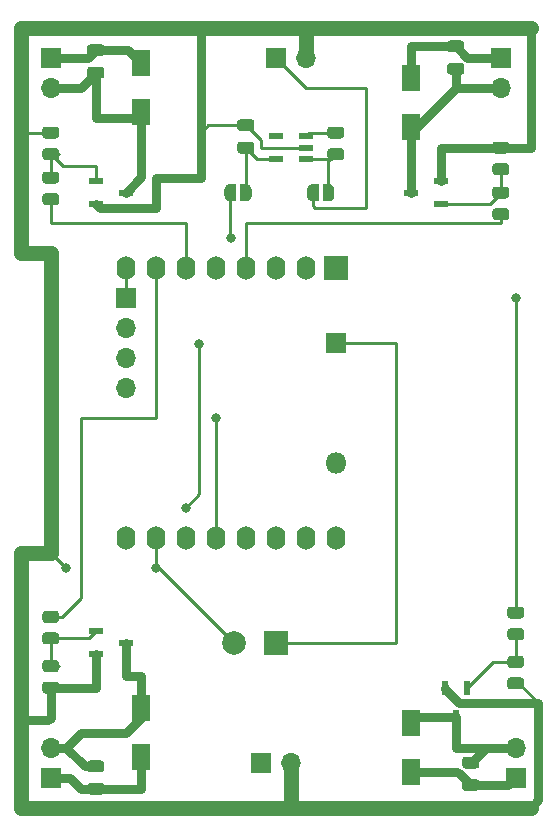
<source format=gbr>
%TF.GenerationSoftware,KiCad,Pcbnew,5.1.7-a382d34a8~88~ubuntu18.04.1*%
%TF.CreationDate,2021-04-24T17:29:33+03:00*%
%TF.ProjectId,quadimodo_pcb,71756164-696d-46f6-946f-5f7063622e6b,rev?*%
%TF.SameCoordinates,Original*%
%TF.FileFunction,Copper,L1,Top*%
%TF.FilePolarity,Positive*%
%FSLAX46Y46*%
G04 Gerber Fmt 4.6, Leading zero omitted, Abs format (unit mm)*
G04 Created by KiCad (PCBNEW 5.1.7-a382d34a8~88~ubuntu18.04.1) date 2021-04-24 17:29:33*
%MOMM*%
%LPD*%
G01*
G04 APERTURE LIST*
%TA.AperFunction,SMDPad,CuDef*%
%ADD10R,1.550000X2.200000*%
%TD*%
%TA.AperFunction,ComponentPad*%
%ADD11C,2.000000*%
%TD*%
%TA.AperFunction,ComponentPad*%
%ADD12R,2.000000X2.000000*%
%TD*%
%TA.AperFunction,SMDPad,CuDef*%
%ADD13R,1.200000X0.600000*%
%TD*%
%TA.AperFunction,SMDPad,CuDef*%
%ADD14R,0.600000X1.200000*%
%TD*%
%TA.AperFunction,SMDPad,CuDef*%
%ADD15C,0.100000*%
%TD*%
%TA.AperFunction,SMDPad,CuDef*%
%ADD16R,1.210000X0.590000*%
%TD*%
%TA.AperFunction,ComponentPad*%
%ADD17O,1.700000X1.700000*%
%TD*%
%TA.AperFunction,ComponentPad*%
%ADD18R,1.700000X1.700000*%
%TD*%
%TA.AperFunction,ComponentPad*%
%ADD19O,1.600000X2.000000*%
%TD*%
%TA.AperFunction,ComponentPad*%
%ADD20O,1.800000X1.800000*%
%TD*%
%TA.AperFunction,ComponentPad*%
%ADD21R,1.800000X1.800000*%
%TD*%
%TA.AperFunction,ViaPad*%
%ADD22C,0.800000*%
%TD*%
%TA.AperFunction,Conductor*%
%ADD23C,0.250000*%
%TD*%
%TA.AperFunction,Conductor*%
%ADD24C,0.780000*%
%TD*%
%TA.AperFunction,Conductor*%
%ADD25C,1.270000*%
%TD*%
G04 APERTURE END LIST*
D10*
%TO.P,D5,1*%
%TO.N,Net-(C4-Pad2)*%
X36830000Y-29700000D03*
%TO.P,D5,2*%
%TO.N,Net-(C7-Pad1)*%
X36830000Y-33800000D03*
%TD*%
%TO.P,D4,1*%
%TO.N,Net-(C4-Pad2)*%
X36830000Y-88410000D03*
%TO.P,D4,2*%
%TO.N,Net-(C6-Pad1)*%
X36830000Y-84310000D03*
%TD*%
%TO.P,D3,1*%
%TO.N,Net-(C4-Pad2)*%
X59690000Y-30970000D03*
%TO.P,D3,2*%
%TO.N,Net-(C5-Pad1)*%
X59690000Y-35070000D03*
%TD*%
%TO.P,D2,1*%
%TO.N,Net-(C4-Pad2)*%
X59690000Y-89680000D03*
%TO.P,D2,2*%
%TO.N,Net-(C4-Pad1)*%
X59690000Y-85580000D03*
%TD*%
D11*
%TO.P,C1,2*%
%TO.N,GND*%
X44760000Y-78740000D03*
D12*
%TO.P,C1,1*%
%TO.N,Net-(C1-Pad1)*%
X48260000Y-78740000D03*
%TD*%
D13*
%TO.P,Q4,1*%
%TO.N,Net-(Q4-Pad1)*%
X33040000Y-39690000D03*
%TO.P,Q4,2*%
%TO.N,GND*%
X33040000Y-41590000D03*
%TO.P,Q4,3*%
%TO.N,Net-(C7-Pad1)*%
X35540000Y-40640000D03*
%TD*%
%TO.P,Q3,1*%
%TO.N,Net-(Q3-Pad1)*%
X33040000Y-77790000D03*
%TO.P,Q3,2*%
%TO.N,GND*%
X33040000Y-79690000D03*
%TO.P,Q3,3*%
%TO.N,Net-(C6-Pad1)*%
X35540000Y-78740000D03*
%TD*%
%TO.P,Q2,3*%
%TO.N,Net-(C5-Pad1)*%
X59710000Y-40640000D03*
%TO.P,Q2,2*%
%TO.N,GND*%
X62210000Y-39690000D03*
%TO.P,Q2,1*%
%TO.N,Net-(Q2-Pad1)*%
X62210000Y-41590000D03*
%TD*%
D14*
%TO.P,Q1,1*%
%TO.N,Net-(Q1-Pad1)*%
X64450000Y-82570000D03*
%TO.P,Q1,2*%
%TO.N,GND*%
X62550000Y-82570000D03*
%TO.P,Q1,3*%
%TO.N,Net-(C4-Pad1)*%
X63500000Y-85070000D03*
%TD*%
%TA.AperFunction,SMDPad,CuDef*%
D15*
%TO.P,JP1,2*%
%TO.N,Net-(C2-Pad1)*%
G36*
X45720000Y-39890602D02*
G01*
X45744534Y-39890602D01*
X45793365Y-39895412D01*
X45841490Y-39904984D01*
X45888445Y-39919228D01*
X45933778Y-39938005D01*
X45977051Y-39961136D01*
X46017850Y-39988396D01*
X46055779Y-40019524D01*
X46090476Y-40054221D01*
X46121604Y-40092150D01*
X46148864Y-40132949D01*
X46171995Y-40176222D01*
X46190772Y-40221555D01*
X46205016Y-40268510D01*
X46214588Y-40316635D01*
X46219398Y-40365466D01*
X46219398Y-40390000D01*
X46220000Y-40390000D01*
X46220000Y-40890000D01*
X46219398Y-40890000D01*
X46219398Y-40914534D01*
X46214588Y-40963365D01*
X46205016Y-41011490D01*
X46190772Y-41058445D01*
X46171995Y-41103778D01*
X46148864Y-41147051D01*
X46121604Y-41187850D01*
X46090476Y-41225779D01*
X46055779Y-41260476D01*
X46017850Y-41291604D01*
X45977051Y-41318864D01*
X45933778Y-41341995D01*
X45888445Y-41360772D01*
X45841490Y-41375016D01*
X45793365Y-41384588D01*
X45744534Y-41389398D01*
X45720000Y-41389398D01*
X45720000Y-41390000D01*
X45220000Y-41390000D01*
X45220000Y-39890000D01*
X45720000Y-39890000D01*
X45720000Y-39890602D01*
G37*
%TD.AperFunction*%
%TA.AperFunction,SMDPad,CuDef*%
%TO.P,JP1,1*%
%TO.N,Net-(J2-Pad1)*%
G36*
X44920000Y-41390000D02*
G01*
X44420000Y-41390000D01*
X44420000Y-41389398D01*
X44395466Y-41389398D01*
X44346635Y-41384588D01*
X44298510Y-41375016D01*
X44251555Y-41360772D01*
X44206222Y-41341995D01*
X44162949Y-41318864D01*
X44122150Y-41291604D01*
X44084221Y-41260476D01*
X44049524Y-41225779D01*
X44018396Y-41187850D01*
X43991136Y-41147051D01*
X43968005Y-41103778D01*
X43949228Y-41058445D01*
X43934984Y-41011490D01*
X43925412Y-40963365D01*
X43920602Y-40914534D01*
X43920602Y-40890000D01*
X43920000Y-40890000D01*
X43920000Y-40390000D01*
X43920602Y-40390000D01*
X43920602Y-40365466D01*
X43925412Y-40316635D01*
X43934984Y-40268510D01*
X43949228Y-40221555D01*
X43968005Y-40176222D01*
X43991136Y-40132949D01*
X44018396Y-40092150D01*
X44049524Y-40054221D01*
X44084221Y-40019524D01*
X44122150Y-39988396D01*
X44162949Y-39961136D01*
X44206222Y-39938005D01*
X44251555Y-39919228D01*
X44298510Y-39904984D01*
X44346635Y-39895412D01*
X44395466Y-39890602D01*
X44420000Y-39890602D01*
X44420000Y-39890000D01*
X44920000Y-39890000D01*
X44920000Y-41390000D01*
G37*
%TD.AperFunction*%
%TD*%
%TA.AperFunction,SMDPad,CuDef*%
%TO.P,JP2,2*%
%TO.N,Net-(JP2-Pad2)*%
G36*
X52720000Y-39890602D02*
G01*
X52744534Y-39890602D01*
X52793365Y-39895412D01*
X52841490Y-39904984D01*
X52888445Y-39919228D01*
X52933778Y-39938005D01*
X52977051Y-39961136D01*
X53017850Y-39988396D01*
X53055779Y-40019524D01*
X53090476Y-40054221D01*
X53121604Y-40092150D01*
X53148864Y-40132949D01*
X53171995Y-40176222D01*
X53190772Y-40221555D01*
X53205016Y-40268510D01*
X53214588Y-40316635D01*
X53219398Y-40365466D01*
X53219398Y-40390000D01*
X53220000Y-40390000D01*
X53220000Y-40890000D01*
X53219398Y-40890000D01*
X53219398Y-40914534D01*
X53214588Y-40963365D01*
X53205016Y-41011490D01*
X53190772Y-41058445D01*
X53171995Y-41103778D01*
X53148864Y-41147051D01*
X53121604Y-41187850D01*
X53090476Y-41225779D01*
X53055779Y-41260476D01*
X53017850Y-41291604D01*
X52977051Y-41318864D01*
X52933778Y-41341995D01*
X52888445Y-41360772D01*
X52841490Y-41375016D01*
X52793365Y-41384588D01*
X52744534Y-41389398D01*
X52720000Y-41389398D01*
X52720000Y-41390000D01*
X52220000Y-41390000D01*
X52220000Y-39890000D01*
X52720000Y-39890000D01*
X52720000Y-39890602D01*
G37*
%TD.AperFunction*%
%TA.AperFunction,SMDPad,CuDef*%
%TO.P,JP2,1*%
%TO.N,Net-(C4-Pad2)*%
G36*
X51920000Y-41390000D02*
G01*
X51420000Y-41390000D01*
X51420000Y-41389398D01*
X51395466Y-41389398D01*
X51346635Y-41384588D01*
X51298510Y-41375016D01*
X51251555Y-41360772D01*
X51206222Y-41341995D01*
X51162949Y-41318864D01*
X51122150Y-41291604D01*
X51084221Y-41260476D01*
X51049524Y-41225779D01*
X51018396Y-41187850D01*
X50991136Y-41147051D01*
X50968005Y-41103778D01*
X50949228Y-41058445D01*
X50934984Y-41011490D01*
X50925412Y-40963365D01*
X50920602Y-40914534D01*
X50920602Y-40890000D01*
X50920000Y-40890000D01*
X50920000Y-40390000D01*
X50920602Y-40390000D01*
X50920602Y-40365466D01*
X50925412Y-40316635D01*
X50934984Y-40268510D01*
X50949228Y-40221555D01*
X50968005Y-40176222D01*
X50991136Y-40132949D01*
X51018396Y-40092150D01*
X51049524Y-40054221D01*
X51084221Y-40019524D01*
X51122150Y-39988396D01*
X51162949Y-39961136D01*
X51206222Y-39938005D01*
X51251555Y-39919228D01*
X51298510Y-39904984D01*
X51346635Y-39895412D01*
X51395466Y-39890602D01*
X51420000Y-39890602D01*
X51420000Y-39890000D01*
X51920000Y-39890000D01*
X51920000Y-41390000D01*
G37*
%TD.AperFunction*%
%TD*%
D16*
%TO.P,U2,1*%
%TO.N,Net-(JP2-Pad2)*%
X50785000Y-37780000D03*
%TO.P,U2,2*%
%TO.N,GND*%
X50785000Y-36830000D03*
%TO.P,U2,3*%
%TO.N,Net-(R9-Pad2)*%
X50785000Y-35880000D03*
%TO.P,U2,4*%
%TO.N,N/C*%
X48275000Y-35880000D03*
%TO.P,U2,5*%
%TO.N,Net-(C2-Pad1)*%
X48275000Y-37780000D03*
%TD*%
%TO.P,R9,2*%
%TO.N,Net-(R9-Pad2)*%
%TA.AperFunction,SMDPad,CuDef*%
G36*
G01*
X53790002Y-36072500D02*
X52889998Y-36072500D01*
G75*
G02*
X52640000Y-35822502I0J249998D01*
G01*
X52640000Y-35297498D01*
G75*
G02*
X52889998Y-35047500I249998J0D01*
G01*
X53790002Y-35047500D01*
G75*
G02*
X54040000Y-35297498I0J-249998D01*
G01*
X54040000Y-35822502D01*
G75*
G02*
X53790002Y-36072500I-249998J0D01*
G01*
G37*
%TD.AperFunction*%
%TO.P,R9,1*%
%TO.N,Net-(JP2-Pad2)*%
%TA.AperFunction,SMDPad,CuDef*%
G36*
G01*
X53790002Y-37897500D02*
X52889998Y-37897500D01*
G75*
G02*
X52640000Y-37647502I0J249998D01*
G01*
X52640000Y-37122498D01*
G75*
G02*
X52889998Y-36872500I249998J0D01*
G01*
X53790002Y-36872500D01*
G75*
G02*
X54040000Y-37122498I0J-249998D01*
G01*
X54040000Y-37647502D01*
G75*
G02*
X53790002Y-37897500I-249998J0D01*
G01*
G37*
%TD.AperFunction*%
%TD*%
D17*
%TO.P,J7,2*%
%TO.N,GND*%
X50800000Y-29210000D03*
D18*
%TO.P,J7,1*%
%TO.N,Net-(C4-Pad2)*%
X48260000Y-29210000D03*
%TD*%
%TO.P,C7,2*%
%TO.N,Net-(C4-Pad2)*%
%TA.AperFunction,SMDPad,CuDef*%
G36*
G01*
X33495000Y-29080000D02*
X32545000Y-29080000D01*
G75*
G02*
X32295000Y-28830000I0J250000D01*
G01*
X32295000Y-28330000D01*
G75*
G02*
X32545000Y-28080000I250000J0D01*
G01*
X33495000Y-28080000D01*
G75*
G02*
X33745000Y-28330000I0J-250000D01*
G01*
X33745000Y-28830000D01*
G75*
G02*
X33495000Y-29080000I-250000J0D01*
G01*
G37*
%TD.AperFunction*%
%TO.P,C7,1*%
%TO.N,Net-(C7-Pad1)*%
%TA.AperFunction,SMDPad,CuDef*%
G36*
G01*
X33495000Y-30980000D02*
X32545000Y-30980000D01*
G75*
G02*
X32295000Y-30730000I0J250000D01*
G01*
X32295000Y-30230000D01*
G75*
G02*
X32545000Y-29980000I250000J0D01*
G01*
X33495000Y-29980000D01*
G75*
G02*
X33745000Y-30230000I0J-250000D01*
G01*
X33745000Y-30730000D01*
G75*
G02*
X33495000Y-30980000I-250000J0D01*
G01*
G37*
%TD.AperFunction*%
%TD*%
%TO.P,C6,2*%
%TO.N,Net-(C4-Pad2)*%
%TA.AperFunction,SMDPad,CuDef*%
G36*
G01*
X32545000Y-90620000D02*
X33495000Y-90620000D01*
G75*
G02*
X33745000Y-90870000I0J-250000D01*
G01*
X33745000Y-91370000D01*
G75*
G02*
X33495000Y-91620000I-250000J0D01*
G01*
X32545000Y-91620000D01*
G75*
G02*
X32295000Y-91370000I0J250000D01*
G01*
X32295000Y-90870000D01*
G75*
G02*
X32545000Y-90620000I250000J0D01*
G01*
G37*
%TD.AperFunction*%
%TO.P,C6,1*%
%TO.N,Net-(C6-Pad1)*%
%TA.AperFunction,SMDPad,CuDef*%
G36*
G01*
X32545000Y-88720000D02*
X33495000Y-88720000D01*
G75*
G02*
X33745000Y-88970000I0J-250000D01*
G01*
X33745000Y-89470000D01*
G75*
G02*
X33495000Y-89720000I-250000J0D01*
G01*
X32545000Y-89720000D01*
G75*
G02*
X32295000Y-89470000I0J250000D01*
G01*
X32295000Y-88970000D01*
G75*
G02*
X32545000Y-88720000I250000J0D01*
G01*
G37*
%TD.AperFunction*%
%TD*%
%TO.P,C5,2*%
%TO.N,Net-(C4-Pad2)*%
%TA.AperFunction,SMDPad,CuDef*%
G36*
G01*
X63975000Y-28760000D02*
X63025000Y-28760000D01*
G75*
G02*
X62775000Y-28510000I0J250000D01*
G01*
X62775000Y-28010000D01*
G75*
G02*
X63025000Y-27760000I250000J0D01*
G01*
X63975000Y-27760000D01*
G75*
G02*
X64225000Y-28010000I0J-250000D01*
G01*
X64225000Y-28510000D01*
G75*
G02*
X63975000Y-28760000I-250000J0D01*
G01*
G37*
%TD.AperFunction*%
%TO.P,C5,1*%
%TO.N,Net-(C5-Pad1)*%
%TA.AperFunction,SMDPad,CuDef*%
G36*
G01*
X63975000Y-30660000D02*
X63025000Y-30660000D01*
G75*
G02*
X62775000Y-30410000I0J250000D01*
G01*
X62775000Y-29910000D01*
G75*
G02*
X63025000Y-29660000I250000J0D01*
G01*
X63975000Y-29660000D01*
G75*
G02*
X64225000Y-29910000I0J-250000D01*
G01*
X64225000Y-30410000D01*
G75*
G02*
X63975000Y-30660000I-250000J0D01*
G01*
G37*
%TD.AperFunction*%
%TD*%
%TO.P,C4,2*%
%TO.N,Net-(C4-Pad2)*%
%TA.AperFunction,SMDPad,CuDef*%
G36*
G01*
X64295000Y-90300000D02*
X65245000Y-90300000D01*
G75*
G02*
X65495000Y-90550000I0J-250000D01*
G01*
X65495000Y-91050000D01*
G75*
G02*
X65245000Y-91300000I-250000J0D01*
G01*
X64295000Y-91300000D01*
G75*
G02*
X64045000Y-91050000I0J250000D01*
G01*
X64045000Y-90550000D01*
G75*
G02*
X64295000Y-90300000I250000J0D01*
G01*
G37*
%TD.AperFunction*%
%TO.P,C4,1*%
%TO.N,Net-(C4-Pad1)*%
%TA.AperFunction,SMDPad,CuDef*%
G36*
G01*
X64295000Y-88400000D02*
X65245000Y-88400000D01*
G75*
G02*
X65495000Y-88650000I0J-250000D01*
G01*
X65495000Y-89150000D01*
G75*
G02*
X65245000Y-89400000I-250000J0D01*
G01*
X64295000Y-89400000D01*
G75*
G02*
X64045000Y-89150000I0J250000D01*
G01*
X64045000Y-88650000D01*
G75*
G02*
X64295000Y-88400000I250000J0D01*
G01*
G37*
%TD.AperFunction*%
%TD*%
%TO.P,C2,2*%
%TO.N,GND*%
%TA.AperFunction,SMDPad,CuDef*%
G36*
G01*
X46195000Y-35430000D02*
X45245000Y-35430000D01*
G75*
G02*
X44995000Y-35180000I0J250000D01*
G01*
X44995000Y-34680000D01*
G75*
G02*
X45245000Y-34430000I250000J0D01*
G01*
X46195000Y-34430000D01*
G75*
G02*
X46445000Y-34680000I0J-250000D01*
G01*
X46445000Y-35180000D01*
G75*
G02*
X46195000Y-35430000I-250000J0D01*
G01*
G37*
%TD.AperFunction*%
%TO.P,C2,1*%
%TO.N,Net-(C2-Pad1)*%
%TA.AperFunction,SMDPad,CuDef*%
G36*
G01*
X46195000Y-37330000D02*
X45245000Y-37330000D01*
G75*
G02*
X44995000Y-37080000I0J250000D01*
G01*
X44995000Y-36580000D01*
G75*
G02*
X45245000Y-36330000I250000J0D01*
G01*
X46195000Y-36330000D01*
G75*
G02*
X46445000Y-36580000I0J-250000D01*
G01*
X46445000Y-37080000D01*
G75*
G02*
X46195000Y-37330000I-250000J0D01*
G01*
G37*
%TD.AperFunction*%
%TD*%
D19*
%TO.P,U1,16*%
%TO.N,Net-(U1-Pad16)*%
X53340000Y-69850000D03*
%TO.P,U1,15*%
%TO.N,Net-(U1-Pad15)*%
X50800000Y-69850000D03*
%TO.P,U1,14*%
%TO.N,Net-(J2-Pad3)*%
X48260000Y-69850000D03*
%TO.P,U1,13*%
%TO.N,Net-(J2-Pad4)*%
X45720000Y-69850000D03*
%TO.P,U1,12*%
%TO.N,Net-(J2-Pad2)*%
X43180000Y-69850000D03*
%TO.P,U1,11*%
%TO.N,Net-(U1-Pad11)*%
X40640000Y-69850000D03*
%TO.P,U1,10*%
%TO.N,GND*%
X38100000Y-69850000D03*
%TO.P,U1,9*%
%TO.N,Net-(C1-Pad1)*%
X35560000Y-69850000D03*
%TO.P,U1,8*%
%TO.N,Net-(J2-Pad1)*%
X35560000Y-46990000D03*
%TO.P,U1,7*%
%TO.N,Net-(R4-Pad2)*%
X38100000Y-46990000D03*
%TO.P,U1,6*%
%TO.N,Net-(R7-Pad2)*%
X40640000Y-46990000D03*
%TO.P,U1,5*%
%TO.N,Net-(R1-Pad2)*%
X43180000Y-46990000D03*
%TO.P,U1,4*%
%TO.N,Net-(R3-Pad2)*%
X45720000Y-46990000D03*
%TO.P,U1,3*%
%TO.N,Net-(U1-Pad3)*%
X48260000Y-46990000D03*
D12*
%TO.P,U1,1*%
%TO.N,Net-(U1-Pad1)*%
X53340000Y-46990000D03*
D19*
%TO.P,U1,2*%
%TO.N,Net-(U1-Pad2)*%
X50800000Y-46990000D03*
%TD*%
D17*
%TO.P,J6,2*%
%TO.N,Net-(C7-Pad1)*%
X29210000Y-31750000D03*
D18*
%TO.P,J6,1*%
%TO.N,Net-(C4-Pad2)*%
X29210000Y-29210000D03*
%TD*%
D17*
%TO.P,J5,2*%
%TO.N,Net-(C6-Pad1)*%
X29210000Y-87630000D03*
D18*
%TO.P,J5,1*%
%TO.N,Net-(C4-Pad2)*%
X29210000Y-90170000D03*
%TD*%
D17*
%TO.P,J4,2*%
%TO.N,Net-(C5-Pad1)*%
X67310000Y-31750000D03*
D18*
%TO.P,J4,1*%
%TO.N,Net-(C4-Pad2)*%
X67310000Y-29210000D03*
%TD*%
D17*
%TO.P,J3,2*%
%TO.N,Net-(C4-Pad1)*%
X68580000Y-87630000D03*
D18*
%TO.P,J3,1*%
%TO.N,Net-(C4-Pad2)*%
X68580000Y-90170000D03*
%TD*%
D17*
%TO.P,J2,4*%
%TO.N,Net-(J2-Pad4)*%
X35560000Y-57150000D03*
%TO.P,J2,3*%
%TO.N,Net-(J2-Pad3)*%
X35560000Y-54610000D03*
%TO.P,J2,2*%
%TO.N,Net-(J2-Pad2)*%
X35560000Y-52070000D03*
D18*
%TO.P,J2,1*%
%TO.N,Net-(J2-Pad1)*%
X35560000Y-49530000D03*
%TD*%
D17*
%TO.P,J1,2*%
%TO.N,GND*%
X49530000Y-88900000D03*
D18*
%TO.P,J1,1*%
%TO.N,Net-(C4-Pad2)*%
X46990000Y-88900000D03*
%TD*%
%TO.P,R8,2*%
%TO.N,GND*%
%TA.AperFunction,SMDPad,CuDef*%
G36*
G01*
X29660002Y-36072500D02*
X28759998Y-36072500D01*
G75*
G02*
X28510000Y-35822502I0J249998D01*
G01*
X28510000Y-35297498D01*
G75*
G02*
X28759998Y-35047500I249998J0D01*
G01*
X29660002Y-35047500D01*
G75*
G02*
X29910000Y-35297498I0J-249998D01*
G01*
X29910000Y-35822502D01*
G75*
G02*
X29660002Y-36072500I-249998J0D01*
G01*
G37*
%TD.AperFunction*%
%TO.P,R8,1*%
%TO.N,Net-(Q4-Pad1)*%
%TA.AperFunction,SMDPad,CuDef*%
G36*
G01*
X29660002Y-37897500D02*
X28759998Y-37897500D01*
G75*
G02*
X28510000Y-37647502I0J249998D01*
G01*
X28510000Y-37122498D01*
G75*
G02*
X28759998Y-36872500I249998J0D01*
G01*
X29660002Y-36872500D01*
G75*
G02*
X29910000Y-37122498I0J-249998D01*
G01*
X29910000Y-37647502D01*
G75*
G02*
X29660002Y-37897500I-249998J0D01*
G01*
G37*
%TD.AperFunction*%
%TD*%
%TO.P,R7,2*%
%TO.N,Net-(R7-Pad2)*%
%TA.AperFunction,SMDPad,CuDef*%
G36*
G01*
X28759998Y-40682500D02*
X29660002Y-40682500D01*
G75*
G02*
X29910000Y-40932498I0J-249998D01*
G01*
X29910000Y-41457502D01*
G75*
G02*
X29660002Y-41707500I-249998J0D01*
G01*
X28759998Y-41707500D01*
G75*
G02*
X28510000Y-41457502I0J249998D01*
G01*
X28510000Y-40932498D01*
G75*
G02*
X28759998Y-40682500I249998J0D01*
G01*
G37*
%TD.AperFunction*%
%TO.P,R7,1*%
%TO.N,Net-(Q4-Pad1)*%
%TA.AperFunction,SMDPad,CuDef*%
G36*
G01*
X28759998Y-38857500D02*
X29660002Y-38857500D01*
G75*
G02*
X29910000Y-39107498I0J-249998D01*
G01*
X29910000Y-39632502D01*
G75*
G02*
X29660002Y-39882500I-249998J0D01*
G01*
X28759998Y-39882500D01*
G75*
G02*
X28510000Y-39632502I0J249998D01*
G01*
X28510000Y-39107498D01*
G75*
G02*
X28759998Y-38857500I249998J0D01*
G01*
G37*
%TD.AperFunction*%
%TD*%
%TO.P,R6,2*%
%TO.N,GND*%
%TA.AperFunction,SMDPad,CuDef*%
G36*
G01*
X28759998Y-82037500D02*
X29660002Y-82037500D01*
G75*
G02*
X29910000Y-82287498I0J-249998D01*
G01*
X29910000Y-82812502D01*
G75*
G02*
X29660002Y-83062500I-249998J0D01*
G01*
X28759998Y-83062500D01*
G75*
G02*
X28510000Y-82812502I0J249998D01*
G01*
X28510000Y-82287498D01*
G75*
G02*
X28759998Y-82037500I249998J0D01*
G01*
G37*
%TD.AperFunction*%
%TO.P,R6,1*%
%TO.N,Net-(Q3-Pad1)*%
%TA.AperFunction,SMDPad,CuDef*%
G36*
G01*
X28759998Y-80212500D02*
X29660002Y-80212500D01*
G75*
G02*
X29910000Y-80462498I0J-249998D01*
G01*
X29910000Y-80987502D01*
G75*
G02*
X29660002Y-81237500I-249998J0D01*
G01*
X28759998Y-81237500D01*
G75*
G02*
X28510000Y-80987502I0J249998D01*
G01*
X28510000Y-80462498D01*
G75*
G02*
X28759998Y-80212500I249998J0D01*
G01*
G37*
%TD.AperFunction*%
%TD*%
%TO.P,R5,2*%
%TO.N,GND*%
%TA.AperFunction,SMDPad,CuDef*%
G36*
G01*
X67760002Y-37342500D02*
X66859998Y-37342500D01*
G75*
G02*
X66610000Y-37092502I0J249998D01*
G01*
X66610000Y-36567498D01*
G75*
G02*
X66859998Y-36317500I249998J0D01*
G01*
X67760002Y-36317500D01*
G75*
G02*
X68010000Y-36567498I0J-249998D01*
G01*
X68010000Y-37092502D01*
G75*
G02*
X67760002Y-37342500I-249998J0D01*
G01*
G37*
%TD.AperFunction*%
%TO.P,R5,1*%
%TO.N,Net-(Q2-Pad1)*%
%TA.AperFunction,SMDPad,CuDef*%
G36*
G01*
X67760002Y-39167500D02*
X66859998Y-39167500D01*
G75*
G02*
X66610000Y-38917502I0J249998D01*
G01*
X66610000Y-38392498D01*
G75*
G02*
X66859998Y-38142500I249998J0D01*
G01*
X67760002Y-38142500D01*
G75*
G02*
X68010000Y-38392498I0J-249998D01*
G01*
X68010000Y-38917502D01*
G75*
G02*
X67760002Y-39167500I-249998J0D01*
G01*
G37*
%TD.AperFunction*%
%TD*%
%TO.P,R4,2*%
%TO.N,Net-(R4-Pad2)*%
%TA.AperFunction,SMDPad,CuDef*%
G36*
G01*
X29660002Y-77070000D02*
X28759998Y-77070000D01*
G75*
G02*
X28510000Y-76820002I0J249998D01*
G01*
X28510000Y-76294998D01*
G75*
G02*
X28759998Y-76045000I249998J0D01*
G01*
X29660002Y-76045000D01*
G75*
G02*
X29910000Y-76294998I0J-249998D01*
G01*
X29910000Y-76820002D01*
G75*
G02*
X29660002Y-77070000I-249998J0D01*
G01*
G37*
%TD.AperFunction*%
%TO.P,R4,1*%
%TO.N,Net-(Q3-Pad1)*%
%TA.AperFunction,SMDPad,CuDef*%
G36*
G01*
X29660002Y-78895000D02*
X28759998Y-78895000D01*
G75*
G02*
X28510000Y-78645002I0J249998D01*
G01*
X28510000Y-78119998D01*
G75*
G02*
X28759998Y-77870000I249998J0D01*
G01*
X29660002Y-77870000D01*
G75*
G02*
X29910000Y-78119998I0J-249998D01*
G01*
X29910000Y-78645002D01*
G75*
G02*
X29660002Y-78895000I-249998J0D01*
G01*
G37*
%TD.AperFunction*%
%TD*%
%TO.P,R3,2*%
%TO.N,Net-(R3-Pad2)*%
%TA.AperFunction,SMDPad,CuDef*%
G36*
G01*
X66859998Y-41952500D02*
X67760002Y-41952500D01*
G75*
G02*
X68010000Y-42202498I0J-249998D01*
G01*
X68010000Y-42727502D01*
G75*
G02*
X67760002Y-42977500I-249998J0D01*
G01*
X66859998Y-42977500D01*
G75*
G02*
X66610000Y-42727502I0J249998D01*
G01*
X66610000Y-42202498D01*
G75*
G02*
X66859998Y-41952500I249998J0D01*
G01*
G37*
%TD.AperFunction*%
%TO.P,R3,1*%
%TO.N,Net-(Q2-Pad1)*%
%TA.AperFunction,SMDPad,CuDef*%
G36*
G01*
X66859998Y-40127500D02*
X67760002Y-40127500D01*
G75*
G02*
X68010000Y-40377498I0J-249998D01*
G01*
X68010000Y-40902502D01*
G75*
G02*
X67760002Y-41152500I-249998J0D01*
G01*
X66859998Y-41152500D01*
G75*
G02*
X66610000Y-40902502I0J249998D01*
G01*
X66610000Y-40377498D01*
G75*
G02*
X66859998Y-40127500I249998J0D01*
G01*
G37*
%TD.AperFunction*%
%TD*%
D20*
%TO.P,D1,2*%
%TO.N,Net-(C4-Pad2)*%
X53340000Y-63500000D03*
D21*
%TO.P,D1,1*%
%TO.N,Net-(C1-Pad1)*%
X53340000Y-53340000D03*
%TD*%
%TO.P,R2,2*%
%TO.N,GND*%
%TA.AperFunction,SMDPad,CuDef*%
G36*
G01*
X68129998Y-81680000D02*
X69030002Y-81680000D01*
G75*
G02*
X69280000Y-81929998I0J-249998D01*
G01*
X69280000Y-82455002D01*
G75*
G02*
X69030002Y-82705000I-249998J0D01*
G01*
X68129998Y-82705000D01*
G75*
G02*
X67880000Y-82455002I0J249998D01*
G01*
X67880000Y-81929998D01*
G75*
G02*
X68129998Y-81680000I249998J0D01*
G01*
G37*
%TD.AperFunction*%
%TO.P,R2,1*%
%TO.N,Net-(Q1-Pad1)*%
%TA.AperFunction,SMDPad,CuDef*%
G36*
G01*
X68129998Y-79855000D02*
X69030002Y-79855000D01*
G75*
G02*
X69280000Y-80104998I0J-249998D01*
G01*
X69280000Y-80630002D01*
G75*
G02*
X69030002Y-80880000I-249998J0D01*
G01*
X68129998Y-80880000D01*
G75*
G02*
X67880000Y-80630002I0J249998D01*
G01*
X67880000Y-80104998D01*
G75*
G02*
X68129998Y-79855000I249998J0D01*
G01*
G37*
%TD.AperFunction*%
%TD*%
%TO.P,R1,2*%
%TO.N,Net-(R1-Pad2)*%
%TA.AperFunction,SMDPad,CuDef*%
G36*
G01*
X69030002Y-76712500D02*
X68129998Y-76712500D01*
G75*
G02*
X67880000Y-76462502I0J249998D01*
G01*
X67880000Y-75937498D01*
G75*
G02*
X68129998Y-75687500I249998J0D01*
G01*
X69030002Y-75687500D01*
G75*
G02*
X69280000Y-75937498I0J-249998D01*
G01*
X69280000Y-76462502D01*
G75*
G02*
X69030002Y-76712500I-249998J0D01*
G01*
G37*
%TD.AperFunction*%
%TO.P,R1,1*%
%TO.N,Net-(Q1-Pad1)*%
%TA.AperFunction,SMDPad,CuDef*%
G36*
G01*
X69030002Y-78537500D02*
X68129998Y-78537500D01*
G75*
G02*
X67880000Y-78287502I0J249998D01*
G01*
X67880000Y-77762498D01*
G75*
G02*
X68129998Y-77512500I249998J0D01*
G01*
X69030002Y-77512500D01*
G75*
G02*
X69280000Y-77762498I0J-249998D01*
G01*
X69280000Y-78287502D01*
G75*
G02*
X69030002Y-78537500I-249998J0D01*
G01*
G37*
%TD.AperFunction*%
%TD*%
D22*
%TO.N,Net-(R1-Pad2)*%
X68580000Y-49530000D03*
%TO.N,GND*%
X38100000Y-72390000D03*
X30480000Y-72390000D03*
%TO.N,Net-(C1-Pad1)*%
X41765010Y-53484990D03*
X40640000Y-67310000D03*
%TO.N,Net-(J2-Pad1)*%
X44450000Y-44450000D03*
%TO.N,Net-(J2-Pad2)*%
X43180000Y-59690000D03*
%TD*%
D23*
%TO.N,Net-(R1-Pad2)*%
X68580000Y-76200000D02*
X68580000Y-49530000D01*
D24*
%TO.N,GND*%
X26890000Y-85310000D02*
X26670000Y-85090000D01*
X28990000Y-85310000D02*
X26890000Y-85310000D01*
D23*
X29210000Y-35560000D02*
X26670000Y-35560000D01*
D25*
X36830000Y-26670000D02*
X26670000Y-26670000D01*
X29210000Y-45720000D02*
X29210000Y-71120000D01*
X26670000Y-45720000D02*
X29210000Y-45720000D01*
X26670000Y-26670000D02*
X26670000Y-45720000D01*
X29210000Y-71120000D02*
X26670000Y-71120000D01*
X26670000Y-71120000D02*
X26670000Y-85090000D01*
X26670000Y-85090000D02*
X26670000Y-92710000D01*
X49530000Y-88900000D02*
X49530000Y-92710000D01*
X26670000Y-92710000D02*
X44450000Y-92710000D01*
X44450000Y-92710000D02*
X58420000Y-92710000D01*
X58420000Y-26670000D02*
X66040000Y-26670000D01*
X66040000Y-26670000D02*
X67973002Y-26670000D01*
X67973002Y-26670000D02*
X69850000Y-26670000D01*
X50800000Y-29210000D02*
X50800000Y-26670000D01*
X58420000Y-26670000D02*
X50800000Y-26670000D01*
X50800000Y-26670000D02*
X44450000Y-26670000D01*
D24*
X38100000Y-41910000D02*
X38100000Y-39370000D01*
X38100000Y-39370000D02*
X41910000Y-39370000D01*
D25*
X44450000Y-26670000D02*
X41910000Y-26670000D01*
X41910000Y-26670000D02*
X36830000Y-26670000D01*
D24*
X62550000Y-82632002D02*
X63737998Y-83820000D01*
X62550000Y-82570000D02*
X62550000Y-82632002D01*
X63737998Y-83820000D02*
X70479990Y-83820000D01*
D25*
X58420000Y-92710000D02*
X69850000Y-92710000D01*
D24*
X70479990Y-92080010D02*
X69850000Y-92710000D01*
X70479990Y-83820000D02*
X70479990Y-92080010D01*
D23*
X68852490Y-82192500D02*
X70479990Y-83820000D01*
X68580000Y-82192500D02*
X68852490Y-82192500D01*
X42540000Y-34930000D02*
X41910000Y-35560000D01*
X45720000Y-34930000D02*
X42540000Y-34930000D01*
D24*
X41910000Y-39370000D02*
X41910000Y-35560000D01*
X41910000Y-35560000D02*
X41910000Y-26670000D01*
D23*
X50785000Y-36830000D02*
X46990000Y-36830000D01*
X46990000Y-36200000D02*
X45720000Y-34930000D01*
X46990000Y-36830000D02*
X46990000Y-36200000D01*
D24*
X30180000Y-82550000D02*
X29210000Y-82550000D01*
X29210000Y-85090000D02*
X28990000Y-85310000D01*
X29210000Y-82550000D02*
X29210000Y-85090000D01*
D23*
X30180000Y-82550000D02*
X30480000Y-82550000D01*
D24*
X33040000Y-79690000D02*
X33040000Y-82530000D01*
X33020000Y-82550000D02*
X30180000Y-82550000D01*
X33040000Y-82530000D02*
X33020000Y-82550000D01*
D23*
X38100000Y-69850000D02*
X38100000Y-72390000D01*
X30480000Y-72390000D02*
X29210000Y-71120000D01*
X38410000Y-72390000D02*
X38100000Y-72390000D01*
X44760000Y-78740000D02*
X38410000Y-72390000D01*
D24*
X33360000Y-41910000D02*
X33040000Y-41590000D01*
X38100000Y-41910000D02*
X33360000Y-41910000D01*
X69850000Y-26670000D02*
X69850000Y-36830000D01*
X69850000Y-36830000D02*
X67310000Y-36830000D01*
X67310000Y-36830000D02*
X62230000Y-36830000D01*
X62230000Y-39670000D02*
X62210000Y-39690000D01*
X62230000Y-36830000D02*
X62230000Y-39670000D01*
D23*
%TO.N,Net-(C1-Pad1)*%
X41765010Y-53484990D02*
X41765010Y-66184990D01*
X41765010Y-66184990D02*
X40640000Y-67310000D01*
X48260000Y-78740000D02*
X58420000Y-78740000D01*
X58420000Y-78740000D02*
X58420000Y-53340000D01*
X58420000Y-53340000D02*
X53340000Y-53340000D01*
%TO.N,Net-(J2-Pad1)*%
X35560000Y-49530000D02*
X35560000Y-46990000D01*
X44420000Y-40640000D02*
X44420000Y-44420000D01*
X44420000Y-44420000D02*
X44450000Y-44450000D01*
%TO.N,Net-(R3-Pad2)*%
X67310000Y-43180000D02*
X67310000Y-42465000D01*
X45720000Y-46990000D02*
X45720000Y-43180000D01*
X45720000Y-43180000D02*
X67310000Y-43180000D01*
%TO.N,Net-(R4-Pad2)*%
X29210000Y-76557500D02*
X30122500Y-76557500D01*
X30122500Y-76557500D02*
X31750000Y-74930000D01*
X31750000Y-74930000D02*
X31750000Y-59690000D01*
X31750000Y-59690000D02*
X38100000Y-59690000D01*
X38100000Y-59690000D02*
X38100000Y-46990000D01*
%TO.N,Net-(R7-Pad2)*%
X40640000Y-43180000D02*
X40640000Y-46990000D01*
X29210000Y-41195000D02*
X29210000Y-43180000D01*
X29210000Y-43180000D02*
X40640000Y-43180000D01*
%TO.N,Net-(Q1-Pad1)*%
X68580000Y-78025000D02*
X68580000Y-80367500D01*
X68580000Y-80367500D02*
X68222500Y-80367500D01*
X66652500Y-80367500D02*
X64450000Y-82570000D01*
X68580000Y-80367500D02*
X66652500Y-80367500D01*
%TO.N,Net-(Q2-Pad1)*%
X67310000Y-38655000D02*
X67310000Y-40640000D01*
X66360000Y-41590000D02*
X67310000Y-40640000D01*
X62210000Y-41590000D02*
X66360000Y-41590000D01*
%TO.N,Net-(Q3-Pad1)*%
X29210000Y-80725000D02*
X29925000Y-80725000D01*
X29210000Y-80725000D02*
X29210000Y-78382500D01*
X32447500Y-78382500D02*
X33040000Y-77790000D01*
X29210000Y-78382500D02*
X32447500Y-78382500D01*
%TO.N,Net-(Q4-Pad1)*%
X29210000Y-39370000D02*
X29210000Y-37385000D01*
X29210000Y-37385000D02*
X29925000Y-37385000D01*
X30245000Y-38420000D02*
X29210000Y-37385000D01*
X33040000Y-38420000D02*
X30245000Y-38420000D01*
X33040000Y-38420000D02*
X33040000Y-39690000D01*
%TO.N,Net-(J2-Pad2)*%
X43180000Y-59690000D02*
X43180000Y-69850000D01*
%TO.N,Net-(C2-Pad1)*%
X45720000Y-36830000D02*
X45720000Y-40640000D01*
X46670000Y-37780000D02*
X45720000Y-36830000D01*
X48275000Y-37780000D02*
X46670000Y-37780000D01*
D24*
%TO.N,Net-(C4-Pad2)*%
X32390000Y-29210000D02*
X33020000Y-28580000D01*
X29210000Y-29210000D02*
X32390000Y-29210000D01*
X64450000Y-29210000D02*
X63500000Y-28260000D01*
X67310000Y-29210000D02*
X64450000Y-29210000D01*
X63500000Y-28260000D02*
X59680000Y-28260000D01*
X67950000Y-90800000D02*
X68580000Y-90170000D01*
X64770000Y-90800000D02*
X67950000Y-90800000D01*
X63830000Y-89860000D02*
X64770000Y-90800000D01*
X31750000Y-91120000D02*
X36840000Y-91120000D01*
X29210000Y-90170000D02*
X30800000Y-90170000D01*
X30800000Y-90170000D02*
X31750000Y-91120000D01*
X36840000Y-88420000D02*
X36830000Y-88410000D01*
X36840000Y-91120000D02*
X36840000Y-88420000D01*
X63637044Y-89680000D02*
X63823522Y-89866478D01*
X59690000Y-89680000D02*
X63637044Y-89680000D01*
X59690000Y-28270000D02*
X59680000Y-28260000D01*
X59690000Y-30970000D02*
X59690000Y-28270000D01*
X35710000Y-28580000D02*
X36830000Y-29700000D01*
X33020000Y-28580000D02*
X35710000Y-28580000D01*
D23*
X55880000Y-41910000D02*
X51589990Y-41910000D01*
X55880000Y-31750000D02*
X55880000Y-41910000D01*
X50800000Y-31750000D02*
X55880000Y-31750000D01*
X48260000Y-29210000D02*
X50800000Y-31750000D01*
X51420000Y-41740010D02*
X51589990Y-41910000D01*
X51420000Y-40640000D02*
X51420000Y-41740010D01*
D24*
%TO.N,Net-(C4-Pad1)*%
X66040000Y-87630000D02*
X64770000Y-88900000D01*
X68580000Y-87630000D02*
X66040000Y-87630000D01*
X63500000Y-85070000D02*
X63500000Y-87630000D01*
X63500000Y-87630000D02*
X66040000Y-87630000D01*
X60200000Y-85070000D02*
X59690000Y-85580000D01*
X63500000Y-85070000D02*
X60200000Y-85070000D01*
%TO.N,Net-(C5-Pad1)*%
X67090000Y-31970000D02*
X67310000Y-31750000D01*
X63500000Y-30160000D02*
X63500000Y-31750000D01*
X63500000Y-31750000D02*
X67310000Y-31750000D01*
X59710000Y-35090000D02*
X59690000Y-35070000D01*
X59710000Y-40640000D02*
X59710000Y-35090000D01*
X60180000Y-35070000D02*
X63500000Y-31750000D01*
X59690000Y-35070000D02*
X60180000Y-35070000D01*
%TO.N,Net-(C6-Pad1)*%
X29430000Y-87410000D02*
X29210000Y-87630000D01*
X35540000Y-78740000D02*
X35540000Y-81570000D01*
X36830000Y-85090000D02*
X35560000Y-86360000D01*
X35560000Y-86360000D02*
X31750000Y-86360000D01*
X30480000Y-87630000D02*
X31750000Y-86360000D01*
X29210000Y-87630000D02*
X30480000Y-87630000D01*
X32070000Y-89220000D02*
X30480000Y-87630000D01*
X33020000Y-89220000D02*
X32070000Y-89220000D01*
X36830000Y-85090000D02*
X36830000Y-84130000D01*
X35540000Y-81570000D02*
X36810000Y-81570000D01*
X36810000Y-84290000D02*
X36830000Y-84310000D01*
X36810000Y-81570000D02*
X36810000Y-84290000D01*
%TO.N,Net-(C7-Pad1)*%
X29430000Y-31970000D02*
X29210000Y-31750000D01*
X31750000Y-31750000D02*
X33020000Y-30480000D01*
X29210000Y-31750000D02*
X31750000Y-31750000D01*
X36830000Y-39350000D02*
X35540000Y-40640000D01*
X36830000Y-33800000D02*
X36830000Y-39350000D01*
X33020000Y-30480000D02*
X33020000Y-34290000D01*
X36340000Y-34290000D02*
X36830000Y-33800000D01*
X33020000Y-34290000D02*
X36340000Y-34290000D01*
D23*
%TO.N,Net-(R9-Pad2)*%
X51105000Y-35560000D02*
X50785000Y-35880000D01*
X53340000Y-35560000D02*
X51105000Y-35560000D01*
%TO.N,Net-(JP2-Pad2)*%
X52945000Y-37780000D02*
X50785000Y-37780000D01*
X53340000Y-37385000D02*
X52945000Y-37780000D01*
X52720000Y-38005000D02*
X53340000Y-37385000D01*
X52720000Y-40640000D02*
X52720000Y-38005000D01*
%TD*%
M02*

</source>
